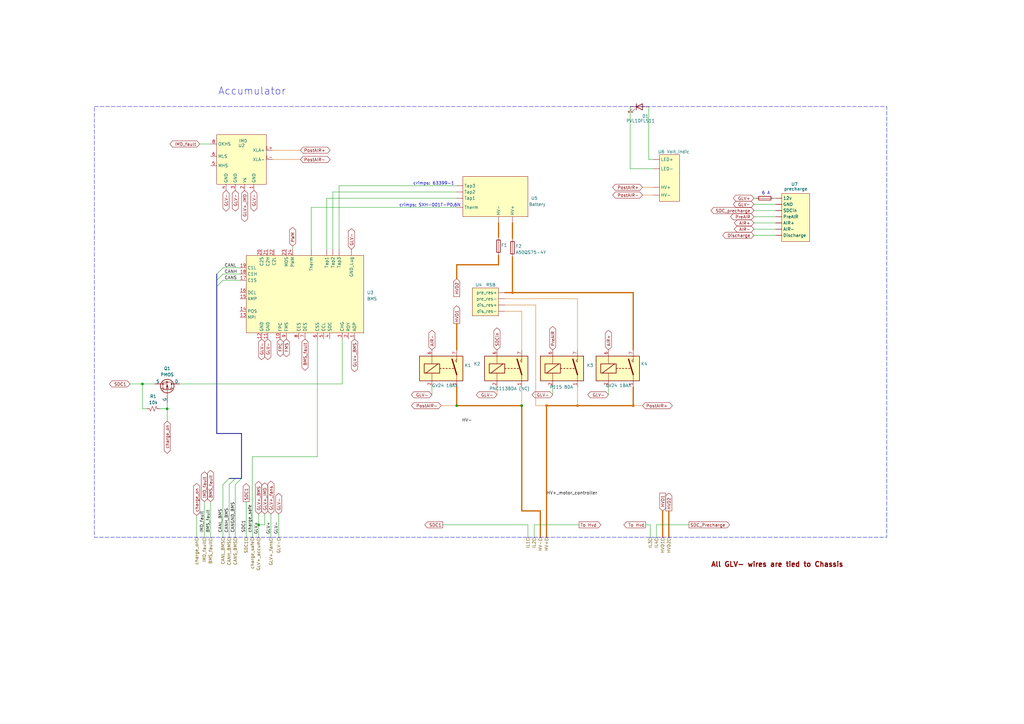
<source format=kicad_sch>
(kicad_sch (version 20231120) (generator "eeschema") (generator_version "8.0")
  (paper "A3")
  (lib_symbols
    (symbol "Device:Fuse" (pin_numbers hide) (pin_names (offset 0))
      (property "Reference" "F" (at 2.032 0 90))
      (property "Value" "Fuse" (at -1.905 0 90))
      (symbol "Fuse_0_1"
        (rectangle (start -0.762 -2.54) (end 0.762 2.54) (stroke (width 0.254)))
        (polyline (pts (xy 0 2.54) (xy 0 -2.54)))
      )
      (symbol "Fuse_1_1"
        (pin passive line (at 0 3.81 270) (length 1.27) (name "~") (number "1"))
        (pin passive line (at 0 -3.81 90) (length 1.27) (name "~") (number "2"))
      )
    )
    (symbol "Device:LED" (pin_numbers hide) (pin_names (offset 1.016) hide)
      (property "Reference" "D" (at 0 2.54 0))
      (property "Value" "LED" (at 0 -2.54 0))
      (symbol "LED_0_1"
        (polyline (pts (xy -1.27 -1.27) (xy -1.27 1.27)) (stroke (width 0.254)))
        (polyline (pts (xy -1.27 0) (xy 1.27 0)))
        (polyline (pts (xy 1.27 -1.27) (xy 1.27 1.27) (xy -1.27 0) (xy 1.27 -1.27)) (stroke (width 0.254)))
        (polyline (pts (xy -3.048 -0.762) (xy -4.572 -2.286) (xy -3.81 -2.286) (xy -4.572 -2.286) (xy -4.572 -1.524)))
        (polyline (pts (xy -1.778 -0.762) (xy -3.302 -2.286) (xy -2.54 -2.286) (xy -3.302 -2.286) (xy -3.302 -1.524)))
      )
      (symbol "LED_1_1"
        (pin passive line (at -3.81 0 0) (length 2.54) (name "K") (number "1"))
        (pin passive line (at 3.81 0 180) (length 2.54) (name "A") (number "2"))
      )
    )
    (symbol "Device:R_Small_US" (pin_numbers hide) (pin_names (offset 0.254) hide)
      (property "Reference" "R" (at 0.762 0.508 0))
      (property "Value" "R_Small_US" (at 0.762 -1.016 0))
      (symbol "R_Small_US_1_1"
        (polyline (pts (xy 0 0) (xy 1.016 -0.381) (xy 0 -0.762) (xy -1.016 -1.143) (xy 0 -1.524)))
        (polyline (pts (xy 0 1.524) (xy 1.016 1.143) (xy 0 0.762) (xy -1.016 0.381) (xy 0 0)))
        (pin passive line (at 0 2.54 270) (length 1.016) (name "~") (number "1"))
        (pin passive line (at 0 -2.54 90) (length 1.016) (name "~") (number "2"))
      )
    )
    (symbol "FSAE:BMS"
      (property "Reference" "U" (at 0 0 0))
      (property "Value" "BMS" (at 0 -3.81 0))
      (symbol "BMS_0_1"
        (rectangle (start -16.51 49.53) (end 15.24 1.27) (fill (type background)))
      )
      (symbol "BMS_1_1"
        (pin bidirectional line (at 17.78 6.35 180) (length 2.54) (name "GND_Lug") (number ""))
        (pin bidirectional line (at 17.78 16.51 180) (length 2.54) (name "Tap1") (number ""))
        (pin bidirectional line (at 17.78 13.97 180) (length 2.54) (name "Tap2") (number ""))
        (pin bidirectional line (at 17.78 11.43 180) (length 2.54) (name "Tap3") (number ""))
        (pin bidirectional line (at 17.78 22.86 180) (length 2.54) (name "Therm") (number ""))
        (pin power_in line (at -19.05 5.08 0) (length 2.54) (name "AOP") (number "1"))
        (pin input line (at -19.05 35.56 0) (length 2.54) (name "FPC") (number "10"))
        (pin bidirectional line (at -19.05 40.64 0) (length 2.54) (name "GND") (number "11"))
        (pin bidirectional line (at -19.05 43.18 0) (length 2.54) (name "GND") (number "12"))
        (pin input line (at -10.16 52.07 270) (length 2.54) (name "MPI") (number "13"))
        (pin input line (at -7.62 52.07 270) (length 2.54) (name "POS") (number "14"))
        (pin output line (at -2.54 52.07 270) (length 2.54) (name "AMP") (number "15"))
        (pin output line (at 0 52.07 270) (length 2.54) (name "DCL") (number "16"))
        (pin bidirectional line (at 5.08 52.07 270) (length 2.54) (name "C1S") (number "17"))
        (pin bidirectional line (at 7.62 52.07 270) (length 2.54) (name "C1H") (number "18"))
        (pin bidirectional line (at 10.16 52.07 270) (length 2.54) (name "C1L") (number "19"))
        (pin power_in line (at -19.05 7.62 0) (length 2.54) (name "RDY") (number "2"))
        (pin bidirectional line (at 17.78 43.18 180) (length 2.54) (name "C2S") (number "20"))
        (pin bidirectional line (at 17.78 40.64 180) (length 2.54) (name "C2H") (number "21"))
        (pin bidirectional line (at 17.78 38.1 180) (length 2.54) (name "C2L") (number "22"))
        (pin output line (at 17.78 33.02 180) (length 2.54) (name "MOS") (number "23"))
        (pin output line (at 17.78 30.48 180) (length 2.54) (name "PWM") (number "24"))
        (pin power_in line (at -19.05 10.16 0) (length 2.54) (name "CHG") (number "3"))
        (pin output line (at -19.05 15.24 0) (length 2.54) (name "SOC") (number "4"))
        (pin output line (at -19.05 17.78 0) (length 2.54) (name "CCL") (number "5"))
        (pin output line (at -19.05 20.32 0) (length 2.54) (name "CSS") (number "6"))
        (pin output line (at -19.05 25.4 0) (length 2.54) (name "DES") (number "7"))
        (pin output line (at -19.05 27.94 0) (length 2.54) (name "CES") (number "8"))
        (pin input line (at -19.05 33.02 0) (length 2.54) (name "FMS") (number "9"))
      )
    )
    (symbol "FSAE:Battery"
      (property "Reference" "U3" (at -13.97 12.7 0))
      (property "Value" "Battery" (at -16.51 15.24 0))
      (symbol "Battery_0_1"
        (rectangle (start -12.7 20.32) (end 13.97 3.81) (fill (type background)))
      )
      (symbol "Battery_1_1"
        (pin bidirectional line (at -6.35 22.86 270) (length 2.54) (name "HV+") (number ""))
        (pin bidirectional line (at -0.635 22.86 270) (length 2.54) (name "HV-") (number ""))
        (pin bidirectional line (at 16.51 12.7 180) (length 2.54) (name "Tap1") (number ""))
        (pin bidirectional line (at 16.51 10.16 180) (length 2.54) (name "Tap2") (number ""))
        (pin bidirectional line (at 16.51 7.62 180) (length 2.54) (name "Tap3") (number ""))
        (pin bidirectional line (at 16.51 16.51 180) (length 2.54) (name "Therm") (number ""))
      )
    )
    (symbol "FSAE:IMD"
      (property "Reference" "U" (at 0 0 0))
      (symbol "IMD_0_1"
        (rectangle (start -8.89 22.86) (end 11.43 2.54) (fill (type background)))
      )
      (symbol "IMD_1_1"
        (pin bidirectional line (at -3.81 25.4 270) (length 2.54) (name "GND") (number "1"))
        (pin power_in line (at 0 25.4 270) (length 2.54) (name "Vs") (number "2"))
        (pin bidirectional line (at 3.81 25.4 270) (length 2.54) (name "GND") (number "3"))
        (pin bidirectional line (at 7.62 25.4 270) (length 2.54) (name "GND") (number "4"))
        (pin output line (at 13.97 15.24 180) (length 2.54) (name "MHS") (number "5"))
        (pin output line (at 13.97 11.43 180) (length 2.54) (name "MLS") (number "6"))
        (pin output line (at 13.97 6.35 180) (length 2.54) (name "OKHS") (number "8"))
        (pin input line (at -11.43 8.89 0) (length 2.54) (name "XLA+") (number "L+"))
        (pin input line (at -11.43 12.7 0) (length 2.54) (name "XLA-") (number "L-"))
      )
    )
    (symbol "Random:Precharge"
      (property "Reference" "U" (at -0.635 8.255 90))
      (symbol "Precharge_1_1"
        (rectangle (start -8.255 6.985) (end 11.43 -4.445) (fill (type background)))
        (pin power_in line (at -6.35 -6.985 90) (length 2.54) (name "12v") (number ""))
        (pin output line (at 3.81 -6.985 90) (length 2.54) (name "AIR+") (number ""))
        (pin output line (at 6.35 -6.985 90) (length 2.54) (name "AIR-") (number ""))
        (pin output line (at 8.89 -6.985 90) (length 2.54) (name "Discharge") (number ""))
        (pin power_in line (at -3.81 -6.985 90) (length 2.54) (name "GND") (number ""))
        (pin output line (at 1.27 -6.985 90) (length 2.54) (name "PreAIR") (number ""))
        (pin input line (at -1.27 -6.985 90) (length 2.54) (name "SDCin") (number ""))
      )
    )
    (symbol "Random:RSB"
      (property "Reference" "U5" (at -5.715 6.985 0))
      (property "Value" "RSB" (at 0.635 6.985 0))
      (symbol "RSB_1_1"
        (rectangle (start -6.985 5.715) (end 3.81 -5.715) (fill (type background)))
        (pin input line (at 6.35 -1.27 180) (length 2.54) (name "dis_res+") (number ""))
        (pin input line (at 6.35 -3.81 180) (length 2.54) (name "dis_res-") (number ""))
        (pin input line (at 6.35 3.81 180) (length 2.54) (name "pre_res+") (number ""))
        (pin input line (at 6.35 1.27 180) (length 2.54) (name "pre_res-") (number ""))
      )
    )
    (symbol "Random:Volt_indic"
      (property "Reference" "U6" (at -11.43 -5.08 90))
      (property "Value" "Volt_indic" (at -11.43 3.81 90))
      (symbol "Volt_indic_1_1"
        (rectangle (start -10.16 4.445) (end 8.89 -3.81) (fill (type background)))
        (pin power_in line (at 3.175 -6.35 90) (length 2.54) (name "HV+") (number ""))
        (pin power_in line (at 6.35 -6.35 90) (length 2.54) (name "HV-") (number ""))
        (pin output line (at -8.255 -6.35 90) (length 2.54) (name "LED+") (number ""))
        (pin output line (at -4.445 -6.35 90) (length 2.54) (name "LED-") (number ""))
      )
    )
    (symbol "Relay:DIPxx-1Axx-11x"
      (property "Reference" "K" (at 8.89 3.81 0))
      (property "Value" "DIPxx-1Axx-11x" (at 8.89 1.27 0))
      (symbol "DIPxx-1Axx-11x_0_0"
        (polyline (pts (xy 5.08 5.08) (xy 5.08 2.54) (xy 4.445 3.175) (xy 5.08 3.81)))
      )
      (symbol "DIPxx-1Axx-11x_0_1"
        (rectangle (start -10.16 5.08) (end 7.62 -5.08) (stroke (width 0.254)) (fill (type background)))
        (rectangle (start -8.255 1.905) (end -1.905 -1.905) (stroke (width 0.254)))
        (polyline (pts (xy -7.62 -1.905) (xy -2.54 1.905)) (stroke (width 0.254)))
        (polyline (pts (xy -5.08 -5.08) (xy -5.08 -1.905)))
        (polyline (pts (xy -5.08 5.08) (xy -5.08 1.905)))
        (polyline (pts (xy -1.905 0) (xy -1.27 0)) (stroke (width 0.254)))
        (polyline (pts (xy -0.635 0) (xy 0 0)) (stroke (width 0.254)))
        (polyline (pts (xy 0.635 0) (xy 1.27 0)) (stroke (width 0.254)))
        (polyline (pts (xy 1.905 0) (xy 2.54 0)) (stroke (width 0.254)))
        (polyline (pts (xy 3.175 0) (xy 3.81 0)) (stroke (width 0.254)))
        (polyline (pts (xy 5.08 -2.54) (xy 3.175 3.81)) (stroke (width 0.508)))
        (polyline (pts (xy 5.08 -2.54) (xy 5.08 -5.08)))
      )
      (symbol "DIPxx-1Axx-11x_1_1"
        (pin passive line (at 5.08 -7.62 90) (length 2.54) (name "~") (number "1"))
        (pin passive line (at 5.08 -7.62 90) (length 2.54) hide (name "~") (number "14"))
        (pin passive line (at -5.08 -7.62 90) (length 2.54) (name "~") (number "2"))
        (pin passive line (at -5.08 7.62 270) (length 2.54) (name "~") (number "6"))
        (pin passive line (at 5.08 7.62 270) (length 2.54) (name "~") (number "7"))
        (pin passive line (at 5.08 7.62 270) (length 2.54) hide (name "~") (number "8"))
      )
    )
    (symbol "Simulation_SPICE:PMOS" (pin_numbers hide) (pin_names (offset 0))
      (property "Reference" "Q" (at 5.08 1.27 0))
      (property "Value" "PMOS" (at 5.08 -1.27 0))
      (symbol "PMOS_0_1"
        (polyline (pts (xy 0.254 0) (xy -2.54 0)))
        (polyline (pts (xy 0.254 1.905) (xy 0.254 -1.905)) (stroke (width 0.254)))
        (polyline (pts (xy 0.762 -1.27) (xy 0.762 -2.286)) (stroke (width 0.254)))
        (polyline (pts (xy 0.762 0.508) (xy 0.762 -0.508)) (stroke (width 0.254)))
        (polyline (pts (xy 0.762 2.286) (xy 0.762 1.27)) (stroke (width 0.254)))
        (polyline (pts (xy 2.54 2.54) (xy 2.54 1.778)))
        (polyline (pts (xy 2.54 -2.54) (xy 2.54 0) (xy 0.762 0)))
        (polyline (pts (xy 0.762 1.778) (xy 3.302 1.778) (xy 3.302 -1.778) (xy 0.762 -1.778)))
        (polyline (pts (xy 2.286 0) (xy 1.27 0.381) (xy 1.27 -0.381) (xy 2.286 0)) (fill (type outline)))
        (polyline (pts (xy 2.794 -0.508) (xy 2.921 -0.381) (xy 3.683 -0.381) (xy 3.81 -0.254)))
        (polyline (pts (xy 3.302 -0.381) (xy 2.921 0.254) (xy 3.683 0.254) (xy 3.302 -0.381)))
        (circle (center 1.651 0) (radius 2.794) (stroke (width 0.254)))
        (circle (center 2.54 -1.778) (radius 0.254) (fill (type outline)))
        (circle (center 2.54 1.778) (radius 0.254) (fill (type outline)))
      )
      (symbol "PMOS_1_1"
        (pin passive line (at 2.54 5.08 270) (length 2.54) (name "D") (number "1"))
        (pin input line (at -5.08 0 0) (length 2.54) (name "G") (number "2"))
        (pin passive line (at 2.54 -5.08 90) (length 2.54) (name "S") (number "3"))
      )
    )
  )
  (junction (at 236.855 166.37) (color 204 102 0 1))
  (junction (at 106.045 215.265))
  (junction (at 68.58 167.64))
  (junction (at 213.995 166.37))
  (junction (at 224.155 166.37) (color 204 102 0 1))
  (junction (at 187.325 166.37))
  (junction (at 259.715 166.37) (color 204 102 0 1))
  (junction (at 210.185 120.015) (color 204 102 0 1))
  (junction (at 58.42 157.48))
  (bus_entry (at 93.98 196.215) (size -2.54 2.54))
  (bus_entry (at 91.44 109.855) (size -2.54 2.54))
  (bus_entry (at 96.52 198.755) (size 2.54 -2.54))
  (bus_entry (at 96.52 196.215) (size -2.54 2.54))
  (bus_entry (at 91.44 114.935) (size -2.54 2.54))
  (bus_entry (at 91.44 112.395) (size -2.54 2.54))
  (wire (pts (xy 213.995 209.55) (xy 213.995 166.37)) (stroke (width 0.508) (color 204 102 0 1)))
  (wire (pts (xy 187.325 166.37) (xy 213.995 166.37)) (stroke (width 0.508) (color 204 102 0 1)))
  (wire (pts (xy 136.525 78.74) (xy 187.325 78.74)))
  (wire (pts (xy 263.525 80.01) (xy 267.97 80.01)) (stroke (width 0) (color 204 102 0 1)))
  (wire (pts (xy 317.5 81.28) (xy 318.135 81.28)))
  (bus (pts (xy 88.9 117.475) (xy 88.9 177.8)))
  (wire (pts (xy 91.44 198.755) (xy 91.44 220.345)))
  (wire (pts (xy 226.695 161.925) (xy 226.695 158.75)))
  (bus (pts (xy 99.06 196.215) (xy 99.06 177.8)))
  (wire (pts (xy 68.58 165.1) (xy 68.58 167.64)))
  (wire (pts (xy 111.125 210.82) (xy 111.125 220.345)))
  (wire (pts (xy 210.185 105.41) (xy 210.185 120.015)) (stroke (width 0.508) (color 204 102 0 1)))
  (wire (pts (xy 274.32 209.55) (xy 274.32 220.345)) (stroke (width 0.508) (color 204 102 0 1)))
  (wire (pts (xy 224.155 166.37) (xy 236.855 166.37)) (stroke (width 0.508) (color 204 102 0 1)))
  (wire (pts (xy 224.155 166.37) (xy 224.155 220.345)) (stroke (width 0.508) (color 204 102 0 1)))
  (wire (pts (xy 127.635 85.09) (xy 127.635 102.235)))
  (wire (pts (xy 207.01 125.095) (xy 219.71 125.095)) (stroke (width 0) (color 204 102 0 1)))
  (wire (pts (xy 114.3 210.82) (xy 114.3 220.345)))
  (wire (pts (xy 81.915 59.055) (xy 86.36 59.055)))
  (wire (pts (xy 210.185 120.015) (xy 259.715 120.015)) (stroke (width 0.508) (color 204 102 0 1)))
  (wire (pts (xy 266.7 215.265) (xy 266.7 220.345)))
  (wire (pts (xy 133.985 81.28) (xy 187.325 81.28)))
  (bus (pts (xy 88.9 112.395) (xy 88.9 114.935)))
  (wire (pts (xy 91.44 112.395) (xy 98.425 112.395)))
  (wire (pts (xy 204.47 108.585) (xy 204.47 104.775)) (stroke (width 0.508) (color 204 102 0 1)))
  (wire (pts (xy 108.585 215.265) (xy 106.045 215.265)))
  (wire (pts (xy 91.44 109.855) (xy 98.425 109.855)))
  (wire (pts (xy 58.42 167.64) (xy 60.325 167.64)))
  (wire (pts (xy 130.175 139.065) (xy 130.175 187.325)))
  (wire (pts (xy 309.245 91.44) (xy 318.135 91.44)))
  (wire (pts (xy 309.245 86.36) (xy 318.135 86.36)))
  (wire (pts (xy 180.975 166.37) (xy 187.325 166.37)) (stroke (width 0) (color 204 102 0 1)))
  (wire (pts (xy 91.44 114.935) (xy 98.425 114.935)))
  (wire (pts (xy 221.615 209.55) (xy 221.615 220.345)) (stroke (width 0.508) (color 204 102 0 1)))
  (wire (pts (xy 236.855 122.555) (xy 236.855 143.51)) (stroke (width 0) (color 204 102 0 1)))
  (bus (pts (xy 99.06 177.8) (xy 88.9 177.8)))
  (wire (pts (xy 63.5 157.48) (xy 58.42 157.48)))
  (wire (pts (xy 58.42 157.48) (xy 53.34 157.48)))
  (wire (pts (xy 96.52 198.755) (xy 96.52 220.345)))
  (wire (pts (xy 136.525 78.74) (xy 136.525 102.235)))
  (wire (pts (xy 210.185 91.44) (xy 210.185 97.79)) (stroke (width 0.508) (color 204 102 0 1)))
  (wire (pts (xy 68.58 167.64) (xy 68.58 172.72)))
  (wire (pts (xy 259.715 143.51) (xy 259.715 120.015)) (stroke (width 0.508) (color 204 102 0 1)))
  (wire (pts (xy 258.445 69.215) (xy 267.97 69.215)))
  (wire (pts (xy 236.855 166.37) (xy 236.855 158.75)) (stroke (width 0) (color 204 102 0 1)))
  (wire (pts (xy 309.245 83.82) (xy 318.135 83.82)))
  (wire (pts (xy 103.505 187.325) (xy 103.505 220.345)))
  (wire (pts (xy 187.325 108.585) (xy 204.47 108.585)) (stroke (width 0.508) (color 204 102 0 1)))
  (bus (pts (xy 96.52 196.215) (xy 99.06 196.215)))
  (wire (pts (xy 130.175 187.325) (xy 103.505 187.325)))
  (wire (pts (xy 140.335 157.48) (xy 140.335 139.065)))
  (wire (pts (xy 271.78 209.55) (xy 271.78 220.345)) (stroke (width 0.508) (color 204 102 0 1)))
  (wire (pts (xy 203.835 158.75) (xy 203.835 161.925)) (stroke (width 0) (color 204 102 0 1)))
  (wire (pts (xy 259.715 158.75) (xy 259.715 166.37)) (stroke (width 0.508) (color 204 102 0 1)))
  (wire (pts (xy 263.525 76.835) (xy 267.97 76.835)) (stroke (width 0) (color 204 102 0 1)))
  (wire (pts (xy 219.075 215.265) (xy 219.075 220.345)))
  (wire (pts (xy 181.61 215.265) (xy 216.535 215.265)))
  (wire (pts (xy 207.01 122.555) (xy 236.855 122.555)) (stroke (width 0) (color 204 102 0 1)))
  (wire (pts (xy 249.555 158.75) (xy 249.555 161.925)))
  (wire (pts (xy 269.24 220.345) (xy 269.24 215.265)))
  (wire (pts (xy 187.325 108.585) (xy 187.325 114.3)) (stroke (width 0.508) (color 204 102 0 1)))
  (wire (pts (xy 213.995 127.635) (xy 207.01 127.635)) (stroke (width 0) (color 204 102 0 1)))
  (wire (pts (xy 259.715 166.37) (xy 236.855 166.37)) (stroke (width 0.508) (color 204 102 0 1)))
  (wire (pts (xy 221.615 209.55) (xy 213.995 209.55)) (stroke (width 0.508) (color 204 102 0 1)))
  (wire (pts (xy 309.245 88.9) (xy 318.135 88.9)))
  (wire (pts (xy 259.715 166.37) (xy 263.525 166.37)) (stroke (width 0) (color 204 102 0 1)))
  (wire (pts (xy 309.245 81.28) (xy 309.88 81.28)))
  (wire (pts (xy 73.66 157.48) (xy 140.335 157.48)))
  (wire (pts (xy 266.065 43.815) (xy 266.065 65.405)))
  (wire (pts (xy 106.045 210.82) (xy 106.045 215.265)))
  (wire (pts (xy 187.325 132.715) (xy 187.325 143.51)) (stroke (width 0.508) (color 204 102 0 1)))
  (wire (pts (xy 139.065 76.2) (xy 187.325 76.2)))
  (wire (pts (xy 58.42 157.48) (xy 58.42 167.64)))
  (wire (pts (xy 80.645 211.455) (xy 80.645 220.345)))
  (wire (pts (xy 207.01 120.015) (xy 210.185 120.015)) (stroke (width 0.508) (color 204 102 0 1)))
  (wire (pts (xy 309.245 96.52) (xy 318.135 96.52)))
  (bus (pts (xy 88.9 114.935) (xy 88.9 117.475)))
  (wire (pts (xy 86.36 205.74) (xy 86.36 220.345)))
  (wire (pts (xy 204.47 91.44) (xy 204.47 97.155)) (stroke (width 0.508) (color 204 102 0 1)))
  (wire (pts (xy 224.155 166.37) (xy 219.71 166.37)) (stroke (width 0) (color 204 102 0 1)))
  (wire (pts (xy 111.76 61.595) (xy 123.19 61.595)) (stroke (width 0) (color 204 102 0 1)))
  (wire (pts (xy 269.24 215.265) (xy 282.575 215.265)))
  (wire (pts (xy 106.045 215.265) (xy 106.045 220.345)))
  (wire (pts (xy 120.015 100.965) (xy 120.015 102.235)))
  (wire (pts (xy 100.965 205.74) (xy 100.965 220.345)))
  (wire (pts (xy 219.71 125.095) (xy 219.71 166.37)) (stroke (width 0) (color 204 102 0 1)))
  (wire (pts (xy 65.405 167.64) (xy 68.58 167.64)))
  (wire (pts (xy 177.165 158.75) (xy 177.165 161.925)))
  (wire (pts (xy 309.245 93.98) (xy 318.135 93.98)))
  (wire (pts (xy 219.075 215.265) (xy 237.49 215.265)))
  (wire (pts (xy 127.635 85.09) (xy 187.325 85.09)))
  (wire (pts (xy 258.445 69.215) (xy 258.445 43.815)))
  (wire (pts (xy 123.19 65.405) (xy 111.76 65.405)) (stroke (width 0) (color 204 102 0 1)))
  (wire (pts (xy 108.585 210.82) (xy 108.585 215.265)))
  (wire (pts (xy 139.065 102.235) (xy 139.065 76.2)))
  (wire (pts (xy 213.995 166.37) (xy 213.995 158.75)) (stroke (width 0) (color 204 102 0 1)))
  (wire (pts (xy 213.995 143.51) (xy 213.995 127.635)) (stroke (width 0) (color 204 102 0 1)))
  (wire (pts (xy 93.98 198.755) (xy 93.98 220.345)))
  (wire (pts (xy 133.985 102.235) (xy 133.985 81.28)))
  (wire (pts (xy 266.065 65.405) (xy 267.97 65.405)))
  (wire (pts (xy 83.82 205.74) (xy 83.82 220.345)))
  (wire (pts (xy 216.535 215.265) (xy 216.535 220.345)))
  (wire (pts (xy 187.325 158.75) (xy 187.325 166.37)) (stroke (width 0.508) (color 204 102 0 1)))
  (bus (pts (xy 93.98 196.215) (xy 96.52 196.215)))
  (wire (pts (xy 264.795 215.265) (xy 266.7 215.265)))
  (rectangle (start 38.735 43.688) (end 363.728 220.345) (stroke (width 0) (type dash)))
  (text "crimps: 63399-1" (at 169.418 76.073 0) (effects (font (size 1.27 1.27)) (justify left bottom)))
  (text "crimps: SXH-001T-P0.6N\n" (at 163.703 84.963 0) (effects (font (size 1.27 1.27)) (justify left bottom)))
  (text "Accumulator\n" (at 89.408 39.243 0) (effects (font (size 3 3)) (justify left bottom)))
  (text "All GLV- wires are tied to Chassis" (at 318.77 231.648 0) (effects (font (size 2.032 2.032) (thickness 0.4064) (bold yes))))
  (text "6 A\n" (at 312.42 80.01 0) (effects (font (size 1.27 1.27)) (justify left bottom)))
  (label "HV-" (at 193.675 173.355 180))
  (label "CANS" (at 92.075 114.935 0))
  (label "GLV+" (at 106.045 219.075 90))
  (label "CANL_BMS" (at 91.44 218.44 90))
  (label "IMD_fault" (at 83.82 218.44 90))
  (label "SDC1" (at 100.965 218.44 90))
  (label "CANH_BMS" (at 93.98 218.44 90))
  (label "charge_safe" (at 103.505 218.44 90))
  (label "BMS_fault" (at 86.36 218.44 90))
  (label "CANH" (at 92.075 112.395 0))
  (label "GLV-" (at 114.3 219.075 90))
  (label "HV+_motor_controller" (at 224.155 203.2 0))
  (label "GLV+" (at 111.125 219.075 90))
  (label "CANGND_BMS" (at 96.52 218.44 90))
  (label "CANL" (at 92.075 109.855 0))
  (global_label "IMD_fault" (shape bidirectional) (at 81.915 59.055 180) (property "Intersheetrefs" "${INTERSHEET_REFS}" (effects (hide yes))))
  (global_label "HVD1" (shape output) (at 187.325 132.715 90) (property "Intersheetrefs" "${INTERSHEET_REFS}" (effects (hide yes))))
  (global_label "charge_on" (shape bidirectional) (at 80.645 211.455 90) (property "Intersheetrefs" "${INTERSHEET_REFS}" (effects (hide yes))))
  (global_label "PostAIR-" (shape bidirectional) (at 180.975 166.37 180) (property "Intersheetrefs" "${INTERSHEET_REFS}" (effects (hide yes))))
  (global_label "SDC1" (shape bidirectional) (at 53.34 157.48 180) (property "Intersheetrefs" "${INTERSHEET_REFS}" (effects (hide yes))))
  (global_label "HVD2" (shape input) (at 187.325 114.3 270) (property "Intersheetrefs" "${INTERSHEET_REFS}" (effects (hide yes))))
  (global_label "AIR-" (shape bidirectional) (at 177.165 143.51 90) (property "Intersheetrefs" "${INTERSHEET_REFS}" (effects (hide yes))))
  (global_label "FMS" (shape bidirectional) (at 117.475 139.065 270) (property "Intersheetrefs" "${INTERSHEET_REFS}" (effects (hide yes))))
  (global_label "IMD_fault" (shape bidirectional) (at 83.82 205.74 90) (property "Intersheetrefs" "${INTERSHEET_REFS}" (effects (hide yes))))
  (global_label "GLV-" (shape bidirectional) (at 203.835 161.925 180) (property "Intersheetrefs" "${INTERSHEET_REFS}" (effects (hide yes))))
  (global_label "GLV-" (shape bidirectional) (at 96.52 78.105 270) (property "Intersheetrefs" "${INTERSHEET_REFS}" (effects (hide yes))))
  (global_label "GLV-" (shape bidirectional) (at 309.245 83.82 180) (property "Intersheetrefs" "${INTERSHEET_REFS}" (effects (hide yes))))
  (global_label "AIR+" (shape bidirectional) (at 309.245 91.44 180) (property "Intersheetrefs" "${INTERSHEET_REFS}" (effects (hide yes))))
  (global_label "GLV-" (shape bidirectional) (at 114.3 210.82 90) (property "Intersheetrefs" "${INTERSHEET_REFS}" (effects (hide yes))))
  (global_label "GLV-" (shape bidirectional) (at 177.165 161.925 180) (property "Intersheetrefs" "${INTERSHEET_REFS}" (effects (hide yes))))
  (global_label "GLV+_BMS" (shape bidirectional) (at 145.415 139.065 270) (property "Intersheetrefs" "${INTERSHEET_REFS}" (effects (hide yes))))
  (global_label "SDC_precharge" (shape bidirectional) (at 309.245 86.36 180) (property "Intersheetrefs" "${INTERSHEET_REFS}" (effects (hide yes))))
  (global_label "AIR+" (shape bidirectional) (at 249.555 143.51 90) (property "Intersheetrefs" "${INTERSHEET_REFS}" (effects (hide yes))))
  (global_label "FPC" (shape bidirectional) (at 114.935 139.065 270) (property "Intersheetrefs" "${INTERSHEET_REFS}" (effects (hide yes))))
  (global_label "To Hvd" (shape output) (at 237.49 215.265 0) (property "Intersheetrefs" "${INTERSHEET_REFS}" (effects (hide yes))))
  (global_label "HVD1" (shape input) (at 271.78 209.55 90) (property "Intersheetrefs" "${INTERSHEET_REFS}" (effects (hide yes))))
  (global_label "PreAIR" (shape bidirectional) (at 226.695 143.51 90) (property "Intersheetrefs" "${INTERSHEET_REFS}" (effects (hide yes))))
  (global_label "PostAIR+" (shape bidirectional) (at 263.525 166.37 0) (property "Intersheetrefs" "${INTERSHEET_REFS}" (effects (hide yes))))
  (global_label "SDC1" (shape output) (at 100.965 205.74 90) (property "Intersheetrefs" "${INTERSHEET_REFS}" (effects (hide yes))))
  (global_label "To Hvd" (shape output) (at 264.795 215.265 180) (property "Intersheetrefs" "${INTERSHEET_REFS}" (effects (hide yes))))
  (global_label "PWM" (shape bidirectional) (at 120.015 100.965 90) (property "Intersheetrefs" "${INTERSHEET_REFS}" (effects (hide yes))))
  (global_label "GLV-" (shape bidirectional) (at 249.555 161.925 180) (property "Intersheetrefs" "${INTERSHEET_REFS}" (effects (hide yes))))
  (global_label "GLV+_IMD" (shape bidirectional) (at 100.33 78.105 270) (property "Intersheetrefs" "${INTERSHEET_REFS}" (effects (hide yes))))
  (global_label "PostAIR-" (shape bidirectional) (at 263.525 80.01 180) (property "Intersheetrefs" "${INTERSHEET_REFS}" (effects (hide yes))))
  (global_label "PostAIR-" (shape bidirectional) (at 123.19 65.405 0) (property "Intersheetrefs" "${INTERSHEET_REFS}" (effects (hide yes))))
  (global_label "HVD2" (shape output) (at 274.32 209.55 90) (property "Intersheetrefs" "${INTERSHEET_REFS}" (effects (hide yes))))
  (global_label "PreAIR" (shape bidirectional) (at 309.245 88.9 180) (property "Intersheetrefs" "${INTERSHEET_REFS}" (effects (hide yes))))
  (global_label "GLV-" (shape bidirectional) (at 107.315 139.065 270) (property "Intersheetrefs" "${INTERSHEET_REFS}" (effects (hide yes))))
  (global_label "GLV+_BMS" (shape bidirectional) (at 106.045 210.82 90) (property "Intersheetrefs" "${INTERSHEET_REFS}" (effects (hide yes))))
  (global_label "BMS_fault" (shape bidirectional) (at 86.36 205.74 90) (property "Intersheetrefs" "${INTERSHEET_REFS}" (effects (hide yes))))
  (global_label "GLV-" (shape bidirectional) (at 92.71 78.105 270) (property "Intersheetrefs" "${INTERSHEET_REFS}" (effects (hide yes))))
  (global_label "Discharge" (shape bidirectional) (at 309.245 96.52 180) (property "Intersheetrefs" "${INTERSHEET_REFS}" (effects (hide yes))))
  (global_label "GLV-" (shape bidirectional) (at 226.695 161.925 180) (property "Intersheetrefs" "${INTERSHEET_REFS}" (effects (hide yes))))
  (global_label "SDCin" (shape bidirectional) (at 203.835 143.51 90) (property "Intersheetrefs" "${INTERSHEET_REFS}" (effects (hide yes))))
  (global_label "PostAIR+" (shape bidirectional) (at 123.19 61.595 0) (property "Intersheetrefs" "${INTERSHEET_REFS}" (effects (hide yes))))
  (global_label "GLV-" (shape bidirectional) (at 104.14 78.105 270) (property "Intersheetrefs" "${INTERSHEET_REFS}" (effects (hide yes))))
  (global_label "SDC_Precharge" (shape output) (at 282.575 215.265 0) (property "Intersheetrefs" "${INTERSHEET_REFS}" (effects (hide yes))))
  (global_label "GLV+_fans" (shape bidirectional) (at 111.125 210.82 90) (property "Intersheetrefs" "${INTERSHEET_REFS}" (effects (hide yes))))
  (global_label "GLV+_IMD" (shape bidirectional) (at 108.585 210.82 90) (property "Intersheetrefs" "${INTERSHEET_REFS}" (effects (hide yes))))
  (global_label "charge_on" (shape bidirectional) (at 68.58 172.72 270) (property "Intersheetrefs" "${INTERSHEET_REFS}" (effects (hide yes))))
  (global_label "AIR-" (shape bidirectional) (at 309.245 93.98 180) (property "Intersheetrefs" "${INTERSHEET_REFS}" (effects (hide yes))))
  (global_label "BMS_fault" (shape bidirectional) (at 125.095 139.065 270) (property "Intersheetrefs" "${INTERSHEET_REFS}" (effects (hide yes))))
  (global_label "PostAIR+" (shape bidirectional) (at 263.525 76.835 180) (property "Intersheetrefs" "${INTERSHEET_REFS}" (effects (hide yes))))
  (global_label "GLV-" (shape bidirectional) (at 109.855 139.065 270) (property "Intersheetrefs" "${INTERSHEET_REFS}" (effects (hide yes))))
  (global_label "GLV+" (shape bidirectional) (at 309.245 81.28 180) (property "Intersheetrefs" "${INTERSHEET_REFS}" (effects (hide yes))))
  (global_label "GLV-" (shape bidirectional) (at 144.145 102.235 90) (property "Intersheetrefs" "${INTERSHEET_REFS}" (effects (hide yes))))
  (global_label "SDC1" (shape output) (at 181.61 215.265 180) (property "Intersheetrefs" "${INTERSHEET_REFS}" (effects (hide yes))))
  (hierarchical_label "IL2" (shape input) (at 219.075 220.345 270))
  (hierarchical_label "IL3" (shape input) (at 266.7 220.345 270))
  (hierarchical_label "GLV+_accum" (shape input) (at 106.045 220.345 270))
  (hierarchical_label "HVD2" (shape input) (at 274.32 220.345 270))
  (hierarchical_label "charge_safe" (shape input) (at 103.505 220.345 270))
  (hierarchical_label "HV+" (shape input) (at 224.155 220.345 270))
  (hierarchical_label "CANS_BMS" (shape input) (at 96.52 220.345 270))
  (hierarchical_label "IMD_fault" (shape input) (at 83.82 220.345 270))
  (hierarchical_label "BMS_fault" (shape input) (at 86.36 220.345 270))
  (hierarchical_label "charge_on" (shape input) (at 80.645 220.345 270))
  (hierarchical_label "GLV+_fans" (shape input) (at 111.125 220.345 270))
  (hierarchical_label "IL1" (shape input) (at 216.535 220.345 270))
  (hierarchical_label "GLV-" (shape input) (at 114.3 220.345 270))
  (hierarchical_label "CANH_BMS" (shape input) (at 93.98 220.345 270))
  (hierarchical_label "SDC1" (shape input) (at 100.965 220.345 270))
  (hierarchical_label "HV-" (shape input) (at 221.615 220.345 270))
  (hierarchical_label "HVD1" (shape input) (at 271.78 220.345 270))
  (hierarchical_label "CANL_BMS" (shape input) (at 91.44 220.2688 270))
  (hierarchical_label "IL4" (shape input) (at 269.24 220.345 270))
  (symbol (lib_id "FSAE:BMS") (at 150.495 120.015 90) (unit 1)
    (property "Reference" "U3" (at 150.495 120.015 90) (effects (justify right)))
    (property "Value" "BMS" (at 150.495 122.555 90) (effects (justify right)))
    (instances (project "Electrical_system" (path "" (reference "U3") (unit 1))) (project "Accumulator_t_2" (path "" (reference "U2") (unit 1))) (project "Charging_v2" (path "" (reference "U10") (unit 1))) (project "checkbox" (path "" (reference "U4") (unit 1))) (project "Accumulator_c" (path "" (reference "U5") (unit 1))) (project "Electrical_system_rev2" (path "" (reference "U19") (unit 1))) (project "Accumlator_t" (path "" (reference "U5") (unit 1))))
  )
  (symbol (lib_id "Relay:DIPxx-1Axx-11x") (at 182.245 151.13 0) (unit 1)
    (property "Reference" "K1" (at 190.5 149.86 0) (effects (justify left)))
    (property "Value" "GV24 1BAX" (at 177.165 158.115 0) (effects (justify left)))
    (property "Footprint" "Relay_THT:Relay_StandexMeder_DIP_LowProfile" (effects (hide yes)))
    (property "Datasheet" "https://www.sensata.com/sites/default/files/a/sensata-gigavac-gv24-sereies-800v-contactors-datasheet.pdf" (effects (hide yes)))
    (instances (project "Electrical_system" (path "" (reference "K1") (unit 1))) (project "Accumulator_t_2" (path "" (reference "K2") (unit 1))) (project "Charging_v2" (path "" (reference "K1") (unit 1))) (project "checkbox" (path "" (reference "K1") (unit 1))) (project "Accumulator_c" (path "" (reference "K9") (unit 1))) (project "Electrical_system_rev2" (path "" (reference "K1") (unit 1))) (project "Accumlator_t" (path "" (reference "K9") (unit 1))) (project "SDC_Charging" (path "" (reference "K1") (unit 1))))
  )
  (symbol (lib_id "Device:Fuse") (at 204.47 100.965 0) (unit 1)
    (property "Reference" "F1" (at 205.486 100.584 0) (effects (justify left)))
    (property "Value" "A50QS75-4Y" (effects (hide yes)))
    (instances (project "Electrical_system" (path "" (reference "F1") (unit 1))) (project "Accumulator_t_2" (path "" (reference "F1") (unit 1))) (project "Charging_v2" (path "" (reference "F2") (unit 1))) (project "checkbox" (path "" (reference "F1") (unit 1))) (project "Accumulator_c" (path "" (reference "F4") (unit 1))) (project "Electrical_system_rev2" (path "" (reference "F2") (unit 1))) (project "Accumlator_t" (path "" (reference "F4") (unit 1))))
  )
  (symbol (lib_id "Relay:DIPxx-1Axx-11x") (at 254.635 151.13 0) (unit 1)
    (property "Reference" "K4" (at 262.89 149.225 0) (effects (justify left)))
    (property "Value" "GV24 1BAX" (at 248.285 158.115 0) (effects (justify left)))
    (property "Footprint" "Relay_THT:Relay_StandexMeder_DIP_LowProfile" (effects (hide yes)))
    (property "Datasheet" "https://www.sensata.com/sites/default/files/a/sensata-gigavac-gv24-sereies-800v-contactors-datasheet.pdf" (effects (hide yes)))
    (instances (project "Electrical_system" (path "" (reference "K4") (unit 1))) (project "Accumulator_t_2" (path "" (reference "K1") (unit 1))) (project "Charging_v2" (path "" (reference "K2") (unit 1))) (project "checkbox" (path "" (reference "K4") (unit 1))) (project "Accumulator_c" (path "" (reference "K7") (unit 1))) (project "Electrical_system_rev2" (path "" (reference "K4") (unit 1))) (project "Accumlator_t" (path "" (reference "K7") (unit 1))) (project "SDC_Charging" (path "" (reference "K2") (unit 1))))
  )
  (symbol (lib_id "Relay:DIPxx-1Axx-11x") (at 208.915 151.13 0) (unit 1)
    (property "Reference" "K2" (at 194.31 149.225 0) (effects (justify left)))
    (property "Value" "PNC113BDA (NC)" (at 200.66 159.385 0) (effects (justify left)))
    (property "Footprint" "Relay_THT:Relay_StandexMeder_DIP_LowProfile" (effects (hide yes)))
    (property "Datasheet" "https://www.sensata.com/sites/default/files/a/sensata-gigavac-gv24-sereies-800v-contactors-datasheet.pdf" (effects (hide yes)))
    (instances (project "Electrical_system" (path "" (reference "K2") (unit 1))) (project "Accumulator_t_2" (path "" (reference "K4") (unit 1))) (project "Charging_v2" (path "" (reference "K5") (unit 1))) (project "checkbox" (path "" (reference "K2") (unit 1))) (project "Accumulator_c" (path "" (reference "K6") (unit 1))) (project "Electrical_system_rev2" (path "" (reference "K2") (unit 1))) (project "Accumlator_t" (path "" (reference "K6") (unit 1))) (project "SDC_Charging" (path "" (reference "K4") (unit 1))))
  )
  (symbol (lib_id "Random:RSB") (at 200.66 123.825 0) (unit 1)
    (property "Reference" "U4" (at 194.945 116.84 0) (effects (justify left)))
    (property "Value" "RSB" (at 201.295 116.84 0))
    (instances (project "Electrical_system" (path "" (reference "U4") (unit 1))) (project "Accumulator_t_2" (path "" (reference "U5") (unit 1))) (project "checkbox" (path "" (reference "U7") (unit 1))) (project "Electrical_system_rev2" (path "" (reference "U20") (unit 1))))
  )
  (symbol (lib_id "Device:Fuse") (at 210.185 101.6 0) (unit 1)
    (property "Reference" "F2" (at 211.455 100.965 0) (effects (justify left)))
    (property "Value" "A50QS75-4Y" (at 211.455 103.505 0) (effects (justify left)))
    (instances (project "Electrical_system" (path "" (reference "F2") (unit 1))) (project "Accumulator_t_2" (path "" (reference "F1") (unit 1))) (project "Charging_v2" (path "" (reference "F2") (unit 1))) (project "checkbox" (path "" (reference "F2") (unit 1))) (project "Accumulator_c" (path "" (reference "F4") (unit 1))) (project "Electrical_system_rev2" (path "" (reference "F3") (unit 1))) (project "Accumlator_t" (path "" (reference "F4") (unit 1))))
  )
  (symbol (lib_id "FSAE:IMD") (at 100.33 52.705 180) (unit 1)
    (property "Reference" "U2" (at 99.06 59.69 0))
    (property "Value" "IMD" (at 99.695 57.785 0))
    (instances (project "Electrical_system" (path "" (reference "U2") (unit 1))) (project "Accumulator_t_2" (path "" (reference "U1") (unit 1))) (project "Charging_v2" (path "" (reference "U7") (unit 1))) (project "checkbox" (path "" (reference "U3") (unit 1))) (project "Accumulator_c" (path "" (reference "U3") (unit 1))) (project "Electrical_system_rev2" (path "" (reference "U15") (unit 1))) (project "Accumlator_t" (path "" (reference "U3") (unit 1))))
  )
  (symbol (lib_id "FSAE:Battery") (at 203.835 68.58 180) (unit 1)
    (property "Reference" "U5" (at 217.805 81.28 0) (effects (justify right)))
    (property "Value" "Battery" (at 220.345 83.82 0))
    (instances (project "Electrical_system" (path "" (reference "U5") (unit 1))) (project "Accumulator_t_2" (path "" (reference "U3") (unit 1))) (project "Charging_v2" (path "" (reference "U8") (unit 1))) (project "checkbox" (path "" (reference "U8") (unit 1))) (project "Accumulator_c" (path "" (reference "U8") (unit 1))) (project "Electrical_system_rev2" (path "" (reference "U16") (unit 1))) (project "Accumlator_t" (path "" (reference "U8") (unit 1))))
  )
  (symbol (lib_id "Device:Fuse") (at 313.69 81.28 90) (unit 1)
    (property "Reference" "F1" (effects (hide yes)))
    (property "Value" "Fuse" (effects (hide yes)))
  )
  (symbol (lib_id "Relay:DIPxx-1Axx-11x") (at 231.775 151.13 0) (unit 1)
    (property "Reference" "K3" (at 240.665 149.8599 0) (effects (justify left)))
    (property "Value" "P115 BDA" (at 225.425 158.75 0) (effects (justify left)))
    (property "Footprint" "Relay_THT:Relay_StandexMeder_DIP_LowProfile" (effects (hide yes)))
    (property "Datasheet" "https://www.sensata.com/sites/default/files/a/sensata-gigavac-gv24-sereies-800v-contactors-datasheet.pdf" (effects (hide yes)))
    (instances (project "Electrical_system" (path "" (reference "K3") (unit 1))) (project "Accumulator_t_2" (path "" (reference "K3") (unit 1))) (project "Charging_v2" (path "" (reference "K5") (unit 1))) (project "checkbox" (path "" (reference "K3") (unit 1))) (project "Accumulator_c" (path "" (reference "K6") (unit 1))) (project "Electrical_system_rev2" (path "" (reference "K3") (unit 1))) (project "Accumlator_t" (path "" (reference "K6") (unit 1))) (project "SDC_Charging" (path "" (reference "K4") (unit 1))))
  )
  (symbol (lib_id "Random:Precharge") (at 325.12 87.63 270) (unit 1)
    (property "Reference" "U7" (at 324.485 75.565 90) (effects (justify left)))
    (property "Value" "precharge" (at 326.39 77.47 90))
    (instances (project "Electrical_system" (path "" (reference "U7") (unit 1))) (project "Accumulator_t_2" (path "" (reference "U8") (unit 1))) (project "checkbox" (path "" (reference "U10") (unit 1))) (project "Electrical_system_rev2" (path "" (reference "U18") (unit 1))))
  )
  (symbol (lib_id "Simulation_SPICE:PMOS") (at 68.58 160.02 270) (mirror x) (unit 1)
    (property "Reference" "Q1" (at 68.58 151.13 90))
    (property "Value" "PMOS" (at 68.58 153.67 90))
    (property "Datasheet" "https://ngspice.sourceforge.io/docs/ngspice-manual.pdf" (effects (hide yes)))
    (property "Sim.Device" "PMOS" (effects (hide yes)))
    (property "Sim.Type" "VDMOS" (effects (hide yes)))
    (property "Sim.Pins" "1=D 2=G 3=S" (effects (hide yes)))
  )
  (symbol (lib_id "Random:Volt_indic") (at 274.32 73.66 270) (unit 1)
    (property "Reference" "U6" (at 269.875 62.23 90) (effects (justify left)))
    (property "Value" "Volt_indic" (at 278.13 62.23 90))
    (instances (project "Electrical_system" (path "" (reference "U6") (unit 1))) (project "Accumulator_t_2" (path "" (reference "U6") (unit 1))) (project "checkbox" (path "" (reference "U9") (unit 1))) (project "Electrical_system_rev2" (path "" (reference "U17") (unit 1))))
  )
  (symbol (lib_id "Device:R_Small_US") (at 62.865 167.64 90) (mirror x) (unit 1)
    (property "Reference" "R1" (at 62.865 162.56 90))
    (property "Value" "10k" (at 62.865 165.1 90))
    (instances (project "Electrical_system" (path "" (reference "R1") (unit 1))) (project "checkbox" (path "" (reference "R3") (unit 1))) (project "Electrical_system_rev2" (path "" (reference "R5") (unit 1))))
  )
  (symbol (lib_id "Device:LED") (at 262.255 43.815 0) (unit 1)
    (property "Reference" "D1" (at 266.065 47.625 0) (effects (justify right)))
    (property "Value" "PVL10FLS11" (at 268.605 49.53 0) (effects (justify right)))
    (property "Footprint" "LED_THT:LED_D3.0mm" (effects (hide yes)))
    (instances (project "Electrical_system" (path "" (reference "D1") (unit 1))) (project "Accumulator_t_2" (path "" (reference "D1") (unit 1))) (project "Charging_v2" (path "" (reference "D3") (unit 1))) (project "checkbox" (path "" (reference "D3") (unit 1))) (project "Accumulator_c" (path "" (reference "D12") (unit 1))) (project "Electrical_system_rev2" (path "" (reference "D6") (unit 1))) (project "Accumlator_t" (path "" (reference "D10") (unit 1))) (project "" (path "" (reference "D3") (unit 1))))
  )
)
</source>
